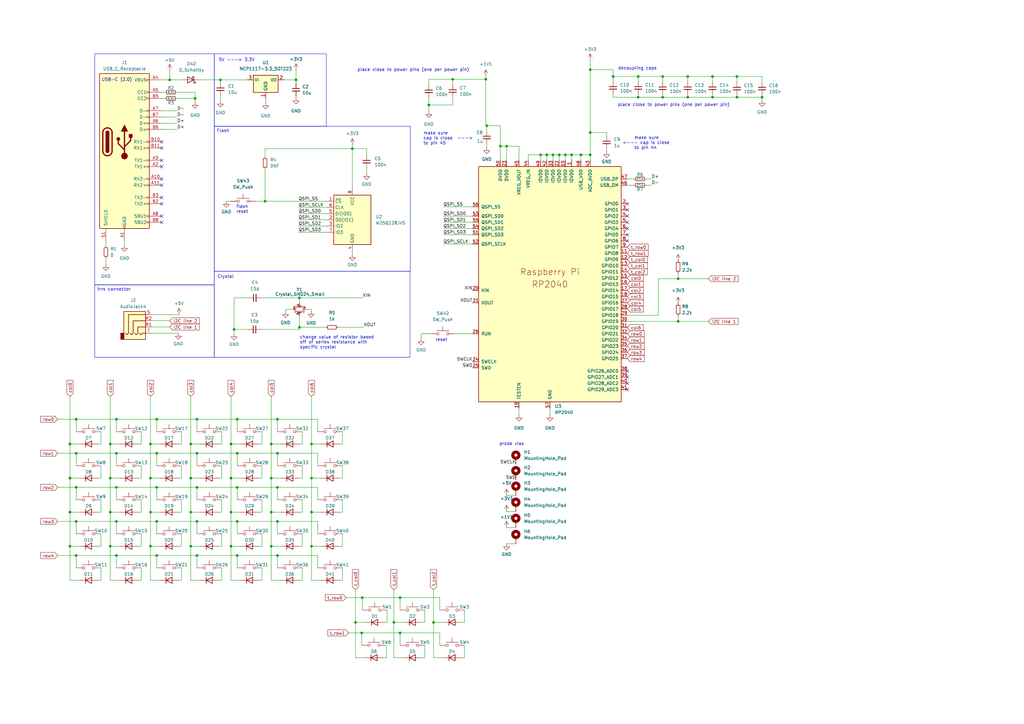
<source format=kicad_sch>
(kicad_sch (version 20230121) (generator eeschema)
  (paper "A3")
  (junction (at 80.772 199.898))
  (junction (at 226.822 63.5))
  (junction (at 64.262 171.958))
  (junction (at 292.227 31.369))
  (junction (at 148.59 245.11))
  (junction (at 45.212 210.058))
  (junction (at 199.644 51.562))
  (junction (at 31.242 213.868))
  (junction (at 261.747 39.878))
  (junction (at 45.212 182.118))
  (junction (at 113.792 227.838))
  (junction (at 64.262 199.898))
  (junction (at 122.809 134.239))
  (junction (at 271.78 39.878))
  (junction (at 205.232 59.944))
  (junction (at 238.252 63.5))
  (junction (at 80.772 213.868))
  (junction (at 78.232 182.118))
  (junction (at 47.752 185.928))
  (junction (at 80.772 185.928))
  (junction (at 47.752 213.868))
  (junction (at 148.336 259.588))
  (junction (at 94.742 224.028))
  (junction (at 199.263 32.512))
  (junction (at 221.742 63.5))
  (junction (at 175.895 43.053))
  (junction (at 111.252 182.118))
  (junction (at 161.544 255.27))
  (junction (at 78.232 224.028))
  (junction (at 96.012 135.128))
  (junction (at 242.062 54.356))
  (junction (at 80.772 227.838))
  (junction (at 45.212 196.088))
  (junction (at 111.252 224.028))
  (junction (at 94.742 210.058))
  (junction (at 127.762 196.088))
  (junction (at 207.772 59.944))
  (junction (at 47.752 227.838))
  (junction (at 229.362 63.5))
  (junction (at 31.242 199.898))
  (junction (at 261.747 31.369))
  (junction (at 111.252 210.058))
  (junction (at 292.227 39.878))
  (junction (at 271.78 31.369))
  (junction (at 122.809 122.174))
  (junction (at 302.26 31.369))
  (junction (at 64.262 227.838))
  (junction (at 127.762 182.118))
  (junction (at 121.412 32.766))
  (junction (at 64.262 185.928))
  (junction (at 61.722 210.058))
  (junction (at 282.067 39.878))
  (junction (at 127.762 224.028))
  (junction (at 78.232 196.088))
  (junction (at 80.772 171.958))
  (junction (at 282.067 31.369))
  (junction (at 31.242 185.928))
  (junction (at 47.752 199.898))
  (junction (at 97.282 171.958))
  (junction (at 302.26 39.878))
  (junction (at 224.282 63.5))
  (junction (at 251.46 31.369))
  (junction (at 111.252 196.088))
  (junction (at 127.762 210.058))
  (junction (at 90.424 32.766))
  (junction (at 113.792 185.928))
  (junction (at 177.8 255.27))
  (junction (at 28.702 196.088))
  (junction (at 28.702 224.028))
  (junction (at 97.282 213.868))
  (junction (at 108.712 82.55))
  (junction (at 61.722 224.028))
  (junction (at 47.752 171.958))
  (junction (at 28.702 210.058))
  (junction (at 312.547 39.878))
  (junction (at 64.262 213.868))
  (junction (at 185.674 32.512))
  (junction (at 97.282 227.838))
  (junction (at 80.01 40.386))
  (junction (at 94.742 182.118))
  (junction (at 144.526 60.96))
  (junction (at 94.742 196.088))
  (junction (at 113.792 213.868))
  (junction (at 97.282 199.898))
  (junction (at 145.796 255.27))
  (junction (at 278.13 114.3))
  (junction (at 31.242 171.958))
  (junction (at 242.062 63.5))
  (junction (at 45.212 224.028))
  (junction (at 278.13 131.826))
  (junction (at 69.596 32.766))
  (junction (at 31.242 227.838))
  (junction (at 113.792 199.898))
  (junction (at 28.702 182.118))
  (junction (at 61.722 196.088))
  (junction (at 234.442 63.5))
  (junction (at 231.902 63.5))
  (junction (at 164.084 245.11))
  (junction (at 113.792 171.958))
  (junction (at 61.722 182.118))
  (junction (at 242.062 28.575))
  (junction (at 164.084 259.588))
  (junction (at 97.282 185.928))
  (junction (at 78.232 210.058))
  (no_connect (at 257.302 93.726))
  (no_connect (at 66.294 65.786))
  (no_connect (at 66.294 73.406))
  (no_connect (at 257.302 91.186))
  (no_connect (at 257.302 96.266))
  (no_connect (at 257.302 98.806))
  (no_connect (at 257.302 157.226))
  (no_connect (at 66.294 58.166))
  (no_connect (at 66.294 83.566))
  (no_connect (at 257.302 152.146))
  (no_connect (at 257.302 88.646))
  (no_connect (at 66.294 60.706))
  (no_connect (at 66.294 88.646))
  (no_connect (at 66.294 81.026))
  (no_connect (at 257.302 83.566))
  (no_connect (at 66.294 68.326))
  (no_connect (at 257.302 86.106))
  (no_connect (at 66.294 91.186))
  (no_connect (at 257.302 154.686))
  (no_connect (at 257.302 159.766))
  (no_connect (at 66.294 75.946))
  (wire (pts (xy 290.576 114.3) (xy 278.13 114.3)))
  (wire (pts (xy 175.895 45.72) (xy 175.895 43.053)))
  (wire (pts (xy 78.232 224.028) (xy 78.232 237.998)))
  (wire (pts (xy 242.062 24.638) (xy 242.062 28.575)))
  (wire (pts (xy 282.067 31.369) (xy 282.067 33.655)))
  (wire (pts (xy 174.244 250.19) (xy 174.244 255.27)))
  (wire (pts (xy 51.054 98.806) (xy 51.054 100.584)))
  (wire (pts (xy 41.402 191.008) (xy 41.402 196.088)))
  (wire (pts (xy 80.772 213.868) (xy 80.772 218.948)))
  (wire (pts (xy 80.772 171.958) (xy 80.772 177.038)))
  (wire (pts (xy 78.232 182.118) (xy 78.232 196.088)))
  (wire (pts (xy 229.362 63.5) (xy 226.822 63.5)))
  (wire (pts (xy 23.622 213.868) (xy 31.242 213.868)))
  (wire (pts (xy 57.912 210.058) (xy 56.642 210.058)))
  (wire (pts (xy 80.772 213.868) (xy 97.282 213.868)))
  (wire (pts (xy 185.674 32.512) (xy 185.674 34.798)))
  (wire (pts (xy 122.809 122.174) (xy 148.717 122.174)))
  (wire (pts (xy 107.442 218.948) (xy 107.442 224.028)))
  (wire (pts (xy 94.742 210.058) (xy 94.742 224.028)))
  (wire (pts (xy 190.5 269.748) (xy 189.23 269.748)))
  (wire (pts (xy 82.042 224.028) (xy 78.232 224.028)))
  (wire (pts (xy 149.606 269.748) (xy 145.796 269.748)))
  (wire (pts (xy 74.422 210.058) (xy 73.152 210.058)))
  (wire (pts (xy 175.895 43.053) (xy 185.674 43.053)))
  (wire (pts (xy 181.864 88.646) (xy 193.802 88.646)))
  (wire (pts (xy 121.412 28.702) (xy 121.412 32.766)))
  (wire (pts (xy 122.682 135.128) (xy 122.682 134.239)))
  (wire (pts (xy 199.644 58.928) (xy 199.644 60.452)))
  (wire (pts (xy 150.368 60.96) (xy 150.368 63.754)))
  (wire (pts (xy 145.796 255.27) (xy 149.86 255.27)))
  (wire (pts (xy 181.864 91.186) (xy 193.802 91.186)))
  (wire (pts (xy 122.428 87.63) (xy 134.366 87.63)))
  (wire (pts (xy 207.772 209.804) (xy 211.582 209.804)))
  (wire (pts (xy 107.442 232.918) (xy 107.442 237.998)))
  (wire (pts (xy 140.462 210.058) (xy 139.192 210.058)))
  (wire (pts (xy 57.912 191.008) (xy 57.912 196.088)))
  (wire (pts (xy 231.902 63.5) (xy 229.362 63.5)))
  (wire (pts (xy 94.742 196.088) (xy 94.742 210.058)))
  (wire (pts (xy 78.232 196.088) (xy 78.232 210.058)))
  (wire (pts (xy 174.244 264.668) (xy 174.244 269.748)))
  (wire (pts (xy 47.752 227.838) (xy 47.752 232.918)))
  (wire (pts (xy 69.596 32.766) (xy 66.294 32.766)))
  (wire (pts (xy 150.368 68.834) (xy 150.368 71.12)))
  (wire (pts (xy 144.526 60.96) (xy 144.526 77.47)))
  (wire (pts (xy 140.462 177.038) (xy 140.462 182.118)))
  (wire (pts (xy 62.23 129.032) (xy 73.406 129.032)))
  (wire (pts (xy 90.932 182.118) (xy 89.662 182.118)))
  (wire (pts (xy 64.262 199.898) (xy 64.262 204.978)))
  (wire (pts (xy 61.722 182.118) (xy 61.722 162.56)))
  (wire (pts (xy 31.242 213.868) (xy 47.752 213.868)))
  (wire (pts (xy 207.772 203.2) (xy 211.582 203.2)))
  (wire (pts (xy 181.864 96.266) (xy 193.802 96.266)))
  (wire (pts (xy 31.242 213.868) (xy 31.242 218.948)))
  (wire (pts (xy 80.772 227.838) (xy 80.772 232.918)))
  (wire (pts (xy 74.422 177.038) (xy 74.422 182.118)))
  (wire (pts (xy 226.822 63.5) (xy 224.282 63.5)))
  (wire (pts (xy 242.062 65.786) (xy 242.062 63.5)))
  (wire (pts (xy 117.094 126.873) (xy 120.269 126.873)))
  (wire (pts (xy 175.895 40.005) (xy 175.895 43.053)))
  (wire (pts (xy 164.084 259.588) (xy 164.084 264.668)))
  (wire (pts (xy 97.282 199.898) (xy 97.282 204.978)))
  (wire (pts (xy 111.252 210.058) (xy 111.252 224.028)))
  (wire (pts (xy 107.442 196.088) (xy 106.172 196.088)))
  (wire (pts (xy 257.302 75.946) (xy 259.969 75.946)))
  (wire (pts (xy 101.981 122.174) (xy 96.012 122.174)))
  (wire (pts (xy 57.912 182.118) (xy 56.642 182.118)))
  (wire (pts (xy 47.752 227.838) (xy 64.262 227.838)))
  (wire (pts (xy 131.572 182.118) (xy 127.762 182.118)))
  (wire (pts (xy 229.362 63.5) (xy 229.362 65.786)))
  (wire (pts (xy 257.302 73.406) (xy 259.969 73.406)))
  (wire (pts (xy 127.762 210.058) (xy 131.572 210.058)))
  (wire (pts (xy 113.792 213.868) (xy 113.792 218.948)))
  (wire (pts (xy 122.428 85.09) (xy 134.366 85.09)))
  (wire (pts (xy 123.952 210.058) (xy 122.682 210.058)))
  (wire (pts (xy 302.26 39.878) (xy 292.227 39.878)))
  (wire (pts (xy 96.012 122.174) (xy 96.012 135.128)))
  (wire (pts (xy 113.792 171.958) (xy 130.302 171.958)))
  (wire (pts (xy 292.227 31.369) (xy 282.067 31.369)))
  (wire (pts (xy 107.442 191.008) (xy 107.442 196.088)))
  (wire (pts (xy 144.526 60.96) (xy 150.368 60.96)))
  (wire (pts (xy 302.26 31.369) (xy 302.26 33.782)))
  (wire (pts (xy 158.496 269.748) (xy 157.226 269.748)))
  (wire (pts (xy 90.932 237.998) (xy 89.662 237.998)))
  (wire (pts (xy 61.722 210.058) (xy 61.722 224.028)))
  (wire (pts (xy 251.46 28.575) (xy 242.062 28.575)))
  (wire (pts (xy 164.084 245.11) (xy 164.084 250.19)))
  (wire (pts (xy 113.792 199.898) (xy 130.302 199.898)))
  (wire (pts (xy 23.622 199.898) (xy 31.242 199.898)))
  (wire (pts (xy 113.792 199.898) (xy 113.792 204.978)))
  (wire (pts (xy 161.544 241.808) (xy 161.544 255.27)))
  (wire (pts (xy 207.772 216.408) (xy 211.582 216.408)))
  (wire (pts (xy 127.762 237.998) (xy 131.572 237.998)))
  (wire (pts (xy 107.442 224.028) (xy 106.172 224.028)))
  (wire (pts (xy 127.635 126.873) (xy 127.635 127.635)))
  (wire (pts (xy 261.747 38.608) (xy 261.747 39.878)))
  (wire (pts (xy 140.462 218.948) (xy 140.462 224.028)))
  (wire (pts (xy 90.932 218.948) (xy 90.932 224.028)))
  (wire (pts (xy 127.762 196.088) (xy 127.762 210.058)))
  (wire (pts (xy 231.902 63.5) (xy 231.902 65.786)))
  (wire (pts (xy 185.674 43.053) (xy 185.674 39.878)))
  (wire (pts (xy 31.242 171.958) (xy 31.242 177.038)))
  (wire (pts (xy 41.402 237.998) (xy 40.132 237.998)))
  (wire (pts (xy 282.067 38.735) (xy 282.067 39.878)))
  (wire (pts (xy 148.336 259.588) (xy 164.084 259.588)))
  (wire (pts (xy 164.084 245.11) (xy 180.34 245.11)))
  (wire (pts (xy 66.294 40.386) (xy 67.564 40.386)))
  (wire (pts (xy 130.302 171.958) (xy 130.302 177.038)))
  (wire (pts (xy 41.402 177.038) (xy 41.402 182.118)))
  (wire (pts (xy 248.793 60.96) (xy 248.793 62.103)))
  (wire (pts (xy 41.402 204.978) (xy 41.402 210.058)))
  (wire (pts (xy 74.422 191.008) (xy 74.422 196.088)))
  (wire (pts (xy 61.722 224.028) (xy 61.722 237.998)))
  (wire (pts (xy 113.792 185.928) (xy 113.792 191.008)))
  (wire (pts (xy 265.049 73.406) (xy 267.208 73.406)))
  (wire (pts (xy 180.34 245.11) (xy 180.34 250.19)))
  (wire (pts (xy 207.772 59.944) (xy 207.772 65.786)))
  (wire (pts (xy 161.544 255.27) (xy 161.544 269.748)))
  (wire (pts (xy 238.252 63.5) (xy 234.442 63.5)))
  (wire (pts (xy 165.354 255.27) (xy 161.544 255.27)))
  (wire (pts (xy 127.635 126.873) (xy 125.349 126.873)))
  (wire (pts (xy 31.242 199.898) (xy 31.242 204.978)))
  (wire (pts (xy 49.022 182.118) (xy 45.212 182.118)))
  (wire (pts (xy 94.742 182.118) (xy 94.742 196.088)))
  (wire (pts (xy 225.552 167.386) (xy 225.552 170.18)))
  (wire (pts (xy 131.572 196.088) (xy 127.762 196.088)))
  (wire (pts (xy 292.227 38.735) (xy 292.227 39.878)))
  (wire (pts (xy 148.59 245.11) (xy 148.59 250.19)))
  (wire (pts (xy 270.002 114.3) (xy 278.13 114.3)))
  (wire (pts (xy 96.012 135.128) (xy 101.854 135.128)))
  (wire (pts (xy 115.062 224.028) (xy 111.252 224.028)))
  (wire (pts (xy 111.252 196.088) (xy 111.252 210.058)))
  (wire (pts (xy 115.062 237.998) (xy 111.252 237.998)))
  (wire (pts (xy 145.796 241.808) (xy 145.796 255.27)))
  (wire (pts (xy 113.792 185.928) (xy 130.302 185.928)))
  (wire (pts (xy 31.242 199.898) (xy 47.752 199.898)))
  (wire (pts (xy 270.002 129.286) (xy 257.302 129.286)))
  (wire (pts (xy 158.75 255.27) (xy 157.48 255.27)))
  (wire (pts (xy 82.042 32.766) (xy 90.424 32.766)))
  (wire (pts (xy 80.772 171.958) (xy 97.282 171.958)))
  (wire (pts (xy 82.042 182.118) (xy 78.232 182.118)))
  (wire (pts (xy 65.532 196.088) (xy 61.722 196.088)))
  (wire (pts (xy 31.242 185.928) (xy 47.752 185.928)))
  (wire (pts (xy 123.952 237.998) (xy 122.682 237.998)))
  (wire (pts (xy 302.26 31.369) (xy 292.227 31.369)))
  (wire (pts (xy 107.442 237.998) (xy 106.172 237.998)))
  (wire (pts (xy 251.46 31.369) (xy 251.46 28.575)))
  (wire (pts (xy 47.752 213.868) (xy 64.262 213.868)))
  (wire (pts (xy 64.262 185.928) (xy 80.772 185.928)))
  (wire (pts (xy 140.462 232.918) (xy 140.462 237.998)))
  (wire (pts (xy 65.532 237.998) (xy 61.722 237.998)))
  (wire (pts (xy 94.742 224.028) (xy 94.742 237.998)))
  (wire (pts (xy 80.01 37.846) (xy 80.01 40.386)))
  (wire (pts (xy 123.952 191.008) (xy 123.952 196.088)))
  (wire (pts (xy 130.302 199.898) (xy 130.302 204.978)))
  (wire (pts (xy 65.532 224.028) (xy 61.722 224.028)))
  (wire (pts (xy 138.684 134.239) (xy 149.098 134.239)))
  (wire (pts (xy 123.952 177.038) (xy 123.952 182.118)))
  (wire (pts (xy 64.262 213.868) (xy 80.772 213.868)))
  (wire (pts (xy 57.912 177.038) (xy 57.912 182.118)))
  (wire (pts (xy 74.422 232.918) (xy 74.422 237.998)))
  (wire (pts (xy 199.644 53.848) (xy 199.644 51.562)))
  (wire (pts (xy 181.61 269.748) (xy 177.8 269.748)))
  (wire (pts (xy 32.512 182.118) (xy 28.702 182.118)))
  (wire (pts (xy 111.252 182.118) (xy 111.252 162.56)))
  (wire (pts (xy 97.282 185.928) (xy 113.792 185.928)))
  (wire (pts (xy 41.402 224.028) (xy 40.132 224.028)))
  (wire (pts (xy 41.402 182.118) (xy 40.132 182.118)))
  (wire (pts (xy 90.932 196.088) (xy 89.662 196.088)))
  (wire (pts (xy 80.01 40.386) (xy 80.01 41.91)))
  (wire (pts (xy 113.792 171.958) (xy 113.792 177.038)))
  (wire (pts (xy 45.212 182.118) (xy 45.212 196.088)))
  (wire (pts (xy 234.442 63.5) (xy 231.902 63.5)))
  (wire (pts (xy 72.644 37.846) (xy 80.01 37.846)))
  (wire (pts (xy 207.772 223.012) (xy 211.582 223.012)))
  (wire (pts (xy 80.772 185.928) (xy 80.772 191.008)))
  (wire (pts (xy 57.912 196.088) (xy 56.642 196.088)))
  (wire (pts (xy 123.952 232.918) (xy 123.952 237.998)))
  (wire (pts (xy 261.747 31.369) (xy 261.747 33.528)))
  (wire (pts (xy 185.674 32.512) (xy 199.263 32.512)))
  (wire (pts (xy 66.294 53.086) (xy 72.644 53.086)))
  (wire (pts (xy 140.462 204.978) (xy 140.462 210.058)))
  (wire (pts (xy 175.895 32.512) (xy 185.674 32.512)))
  (wire (pts (xy 145.796 255.27) (xy 145.796 269.748)))
  (wire (pts (xy 108.966 40.386) (xy 108.966 42.164)))
  (wire (pts (xy 199.263 51.562) (xy 199.644 51.562)))
  (wire (pts (xy 107.442 182.118) (xy 106.172 182.118)))
  (wire (pts (xy 271.78 38.735) (xy 271.78 39.878)))
  (wire (pts (xy 82.042 210.058) (xy 78.232 210.058)))
  (wire (pts (xy 207.772 59.944) (xy 205.232 59.944)))
  (wire (pts (xy 28.702 224.028) (xy 28.702 210.058)))
  (wire (pts (xy 123.952 204.978) (xy 123.952 210.058)))
  (wire (pts (xy 123.952 218.948) (xy 123.952 224.028)))
  (wire (pts (xy 64.262 213.868) (xy 64.262 218.948)))
  (wire (pts (xy 122.809 122.174) (xy 122.809 124.333)))
  (wire (pts (xy 190.5 264.668) (xy 190.5 269.748)))
  (wire (pts (xy 122.809 134.239) (xy 133.604 134.239)))
  (wire (pts (xy 144.526 60.96) (xy 108.712 60.96)))
  (wire (pts (xy 271.78 31.369) (xy 271.78 33.655)))
  (wire (pts (xy 90.932 210.058) (xy 89.662 210.058)))
  (wire (pts (xy 261.747 39.878) (xy 251.46 39.878)))
  (wire (pts (xy 90.932 204.978) (xy 90.932 210.058)))
  (wire (pts (xy 96.012 136.906) (xy 96.012 135.128)))
  (wire (pts (xy 65.532 182.118) (xy 61.722 182.118)))
  (wire (pts (xy 116.586 32.766) (xy 121.412 32.766)))
  (wire (pts (xy 148.59 245.11) (xy 164.084 245.11)))
  (wire (pts (xy 242.062 63.5) (xy 238.252 63.5)))
  (wire (pts (xy 32.512 210.058) (xy 28.702 210.058)))
  (wire (pts (xy 64.262 227.838) (xy 64.262 232.918)))
  (wire (pts (xy 47.752 213.868) (xy 47.752 218.948)))
  (wire (pts (xy 49.022 224.028) (xy 45.212 224.028)))
  (wire (pts (xy 144.526 59.436) (xy 144.526 60.96)))
  (wire (pts (xy 242.062 28.575) (xy 242.062 54.356)))
  (wire (pts (xy 98.552 182.118) (xy 94.742 182.118)))
  (wire (pts (xy 190.5 255.27) (xy 189.23 255.27)))
  (wire (pts (xy 28.702 182.118) (xy 28.702 196.088)))
  (wire (pts (xy 90.424 39.116) (xy 90.424 41.402)))
  (wire (pts (xy 186.69 136.906) (xy 193.802 136.906)))
  (wire (pts (xy 312.547 33.782) (xy 312.547 31.369)))
  (wire (pts (xy 292.227 31.369) (xy 292.227 33.655)))
  (wire (pts (xy 107.442 177.038) (xy 107.442 182.118)))
  (wire (pts (xy 115.062 182.118) (xy 111.252 182.118)))
  (wire (pts (xy 64.262 199.898) (xy 80.772 199.898)))
  (wire (pts (xy 212.852 167.386) (xy 212.852 170.18)))
  (wire (pts (xy 140.462 182.118) (xy 139.192 182.118)))
  (wire (pts (xy 127.762 210.058) (xy 127.762 224.028)))
  (wire (pts (xy 97.282 227.838) (xy 113.792 227.838)))
  (wire (pts (xy 94.742 182.118) (xy 94.742 162.56)))
  (wire (pts (xy 49.022 210.058) (xy 45.212 210.058)))
  (wire (pts (xy 74.422 182.118) (xy 73.152 182.118)))
  (wire (pts (xy 248.793 55.88) (xy 248.793 54.356)))
  (wire (pts (xy 242.062 54.356) (xy 242.062 63.5)))
  (wire (pts (xy 23.622 171.958) (xy 31.242 171.958)))
  (wire (pts (xy 292.227 39.878) (xy 282.067 39.878)))
  (wire (pts (xy 221.742 63.5) (xy 221.742 65.786)))
  (wire (pts (xy 140.462 196.088) (xy 139.192 196.088)))
  (wire (pts (xy 312.547 38.862) (xy 312.547 39.878)))
  (wire (pts (xy 127.762 224.028) (xy 131.572 224.028)))
  (wire (pts (xy 90.932 177.038) (xy 90.932 182.118)))
  (wire (pts (xy 130.302 185.928) (xy 130.302 191.008)))
  (wire (pts (xy 90.424 32.766) (xy 90.424 34.036)))
  (wire (pts (xy 172.72 136.906) (xy 176.53 136.906)))
  (wire (pts (xy 28.702 182.118) (xy 28.702 162.56)))
  (wire (pts (xy 234.442 63.5) (xy 234.442 65.786)))
  (wire (pts (xy 80.772 199.898) (xy 80.772 204.978)))
  (wire (pts (xy 224.282 63.5) (xy 224.282 65.786)))
  (wire (pts (xy 23.622 227.838) (xy 31.242 227.838)))
  (wire (pts (xy 57.912 232.918) (xy 57.912 237.998)))
  (wire (pts (xy 122.428 90.17) (xy 134.366 90.17)))
  (wire (pts (xy 97.282 227.838) (xy 97.282 232.918)))
  (wire (pts (xy 122.428 95.25) (xy 134.366 95.25)))
  (wire (pts (xy 113.792 213.868) (xy 130.302 213.868)))
  (wire (pts (xy 199.644 51.562) (xy 205.232 51.562)))
  (wire (pts (xy 127.762 182.118) (xy 127.762 162.56)))
  (wire (pts (xy 90.932 224.028) (xy 89.662 224.028)))
  (wire (pts (xy 78.232 210.058) (xy 78.232 224.028)))
  (wire (pts (xy 62.23 136.652) (xy 73.152 136.652)))
  (wire (pts (xy 261.747 31.369) (xy 251.46 31.369)))
  (wire (pts (xy 130.302 213.868) (xy 130.302 218.948)))
  (wire (pts (xy 174.244 255.27) (xy 172.974 255.27)))
  (wire (pts (xy 302.26 38.862) (xy 302.26 39.878)))
  (wire (pts (xy 140.462 237.998) (xy 139.192 237.998)))
  (wire (pts (xy 181.61 255.27) (xy 177.8 255.27)))
  (wire (pts (xy 61.722 182.118) (xy 61.722 196.088)))
  (wire (pts (xy 278.13 131.826) (xy 290.576 131.826)))
  (wire (pts (xy 205.232 59.944) (xy 205.232 65.786)))
  (wire (pts (xy 248.793 54.356) (xy 242.062 54.356)))
  (wire (pts (xy 32.512 237.998) (xy 28.702 237.998)))
  (wire (pts (xy 45.212 182.118) (xy 45.212 162.56)))
  (wire (pts (xy 69.596 28.956) (xy 69.596 32.766)))
  (wire (pts (xy 265.049 75.946) (xy 267.208 75.946)))
  (wire (pts (xy 108.712 82.55) (xy 134.366 82.55)))
  (wire (pts (xy 74.422 196.088) (xy 73.152 196.088)))
  (wire (pts (xy 47.752 185.928) (xy 47.752 191.008)))
  (wire (pts (xy 117.094 127.762) (xy 117.094 126.873)))
  (wire (pts (xy 175.895 32.512) (xy 175.895 34.925)))
  (wire (pts (xy 181.864 84.836) (xy 193.802 84.836)))
  (wire (pts (xy 61.722 196.088) (xy 61.722 210.058)))
  (wire (pts (xy 97.282 171.958) (xy 113.792 171.958)))
  (wire (pts (xy 32.512 196.088) (xy 28.702 196.088)))
  (wire (pts (xy 66.294 50.546) (xy 72.644 50.546)))
  (wire (pts (xy 97.282 171.958) (xy 97.282 177.038)))
  (wire (pts (xy 270.002 114.3) (xy 270.002 129.286)))
  (wire (pts (xy 31.242 171.958) (xy 47.752 171.958)))
  (wire (pts (xy 121.412 39.37) (xy 121.412 40.132)))
  (wire (pts (xy 74.422 224.028) (xy 73.152 224.028)))
  (wire (pts (xy 115.062 210.058) (xy 111.252 210.058)))
  (wire (pts (xy 108.712 69.342) (xy 108.712 82.55)))
  (wire (pts (xy 212.852 65.786) (xy 212.852 59.944)))
  (wire (pts (xy 41.402 196.088) (xy 40.132 196.088)))
  (wire (pts (xy 90.424 32.766) (xy 101.346 32.766)))
  (wire (pts (xy 90.932 191.008) (xy 90.932 196.088)))
  (wire (pts (xy 28.702 237.998) (xy 28.702 224.028)))
  (wire (pts (xy 130.302 227.838) (xy 130.302 232.918)))
  (wire (pts (xy 181.864 100.076) (xy 193.802 100.076)))
  (wire (pts (xy 104.775 82.55) (xy 108.712 82.55)))
  (wire (pts (xy 49.022 196.088) (xy 45.212 196.088)))
  (wire (pts (xy 107.061 122.174) (xy 122.809 122.174)))
  (wire (pts (xy 282.067 31.369) (xy 271.78 31.369)))
  (wire (pts (xy 78.232 182.118) (xy 78.232 162.56)))
  (wire (pts (xy 64.262 227.838) (xy 80.772 227.838)))
  (wire (pts (xy 199.263 31.242) (xy 199.263 32.512)))
  (wire (pts (xy 140.462 224.028) (xy 139.192 224.028)))
  (wire (pts (xy 172.72 138.938) (xy 172.72 136.906)))
  (wire (pts (xy 144.526 102.87) (xy 144.526 104.394)))
  (wire (pts (xy 41.402 232.918) (xy 41.402 237.998)))
  (wire (pts (xy 271.78 39.878) (xy 261.747 39.878)))
  (wire (pts (xy 177.8 241.808) (xy 177.8 255.27)))
  (wire (pts (xy 123.952 182.118) (xy 122.682 182.118)))
  (wire (pts (xy 45.212 210.058) (xy 45.212 224.028)))
  (wire (pts (xy 41.402 218.948) (xy 41.402 224.028)))
  (wire (pts (xy 205.232 51.562) (xy 205.232 59.944)))
  (wire (pts (xy 224.282 63.5) (xy 221.742 63.5)))
  (wire (pts (xy 98.552 224.028) (xy 94.742 224.028)))
  (wire (pts (xy 312.547 39.878) (xy 312.547 41.148)))
  (wire (pts (xy 127.762 182.118) (xy 127.762 196.088)))
  (wire (pts (xy 97.282 199.898) (xy 113.792 199.898)))
  (wire (pts (xy 94.615 82.55) (xy 92.837 82.55)))
  (wire (pts (xy 257.302 131.826) (xy 278.13 131.826)))
  (wire (pts (xy 251.46 39.878) (xy 251.46 38.608)))
  (wire (pts (xy 43.434 105.918) (xy 43.434 108.458)))
  (wire (pts (xy 143.002 259.588) (xy 148.336 259.588)))
  (wire (pts (xy 74.422 204.978) (xy 74.422 210.058)))
  (wire (pts (xy 72.644 40.386) (xy 80.01 40.386)))
  (wire (pts (xy 312.547 39.878) (xy 302.26 39.878)))
  (wire (pts (xy 158.75 250.19) (xy 158.75 255.27)))
  (wire (pts (xy 62.23 131.572) (xy 69.596 131.572)))
  (wire (pts (xy 74.422 218.948) (xy 74.422 224.028)))
  (wire (pts (xy 28.702 196.088) (xy 28.702 210.058)))
  (wire (pts (xy 43.434 98.806) (xy 43.434 100.838)))
  (wire (pts (xy 49.022 237.998) (xy 45.212 237.998)))
  (wire (pts (xy 115.062 196.088) (xy 111.252 196.088)))
  (wire (pts (xy 180.34 259.588) (xy 180.34 264.668)))
  (wire (pts (xy 64.262 171.958) (xy 80.772 171.958)))
  (wire (pts (xy 45.212 224.028) (xy 45.212 237.998)))
  (wire (pts (xy 165.354 269.748) (xy 161.544 269.748)))
  (wire (pts (xy 82.042 237.998) (xy 78.232 237.998)))
  (wire (pts (xy 312.547 31.369) (xy 302.26 31.369)))
  (wire (pts (xy 174.244 269.748) (xy 172.974 269.748)))
  (wire (pts (xy 47.752 199.898) (xy 64.262 199.898)))
  (wire (pts (xy 108.712 60.96) (xy 108.712 64.262)))
  (wire (pts (xy 282.067 39.878) (xy 271.78 39.878)))
  (wire (pts (xy 181.864 93.726) (xy 193.802 93.726)))
  (wire (pts (xy 41.402 210.058) (xy 40.132 210.058)))
  (wire (pts (xy 69.596 32.766) (xy 74.422 32.766)))
  (wire (pts (xy 271.78 31.369) (xy 261.747 31.369)))
  (wire (pts (xy 98.552 237.998) (xy 94.742 237.998)))
  (wire (pts (xy 32.512 224.028) (xy 28.702 224.028)))
  (wire (pts (xy 80.772 185.928) (xy 97.282 185.928)))
  (wire (pts (xy 190.5 250.19) (xy 190.5 255.27)))
  (wire (pts (xy 123.952 224.028) (xy 122.682 224.028)))
  (wire (pts (xy 82.042 196.088) (xy 78.232 196.088)))
  (wire (pts (xy 57.912 237.998) (xy 56.642 237.998)))
  (wire (pts (xy 123.952 196.088) (xy 122.682 196.088)))
  (wire (pts (xy 140.462 191.008) (xy 140.462 196.088)))
  (wire (pts (xy 221.742 63.5) (xy 216.662 63.5)))
  (wire (pts (xy 57.912 218.948) (xy 57.912 224.028)))
  (wire (pts (xy 31.242 227.838) (xy 31.242 232.918)))
  (wire (pts (xy 106.934 135.128) (xy 122.682 135.128)))
  (wire (pts (xy 122.809 134.239) (xy 122.809 129.413)))
  (wire (pts (xy 47.752 199.898) (xy 47.752 204.978)))
  (wire (pts (xy 122.682 134.239) (xy 122.809 134.239)))
  (wire (pts (xy 65.532 210.058) (xy 61.722 210.058)))
  (wire (pts (xy 121.412 32.766) (xy 121.412 34.29)))
  (wire (pts (xy 212.852 59.944) (xy 207.772 59.944)))
  (wire (pts (xy 31.242 185.928) (xy 31.242 191.008)))
  (wire (pts (xy 98.552 210.058) (xy 94.742 210.058)))
  (wire (pts (xy 57.912 224.028) (xy 56.642 224.028)))
  (wire (pts (xy 98.552 196.088) (xy 94.742 196.088)))
  (wire (pts (xy 47.752 171.958) (xy 47.752 177.038)))
  (wire (pts (xy 66.294 48.006) (xy 72.644 48.006)))
  (wire (pts (xy 90.932 232.918) (xy 90.932 237.998)))
  (wire (pts (xy 64.262 171.958) (xy 64.262 177.038)))
  (wire (pts (xy 238.252 63.5) (xy 238.252 65.786)))
  (wire (pts (xy 66.294 45.466) (xy 72.644 45.466)))
  (wire (pts (xy 45.212 196.088) (xy 45.212 210.058)))
  (wire (pts (xy 31.242 227.838) (xy 47.752 227.838)))
  (wire (pts (xy 111.252 224.028) (xy 111.252 237.998)))
  (wire (pts (xy 80.772 227.838) (xy 97.282 227.838)))
  (wire (pts (xy 57.912 204.978) (xy 57.912 210.058)))
  (wire (pts (xy 47.752 171.958) (xy 64.262 171.958)))
  (wire (pts (xy 158.496 264.668) (xy 158.496 269.748)))
  (wire (pts (xy 148.336 259.588) (xy 148.336 264.668)))
  (wire (pts (xy 226.822 63.5) (xy 226.822 65.786)))
  (wire (pts (xy 107.442 204.978) (xy 107.442 210.058)))
  (wire (pts (xy 62.23 134.112) (xy 69.596 134.112)))
  (wire (pts (xy 111.252 182.118) (xy 111.252 196.088)))
  (wire (pts (xy 97.282 213.868) (xy 113.792 213.868)))
  (wire (pts (xy 278.13 112.014) (xy 278.13 114.3)))
  (wire (pts (xy 278.13 129.54) (xy 278.13 131.826)))
  (wire (pts (xy 66.294 37.846) (xy 67.564 37.846)))
  (wire (pts (xy 164.084 259.588) (xy 180.34 259.588)))
  (wire (pts (xy 64.262 185.928) (xy 64.262 191.008)))
  (wire (pts (xy 216.662 63.5) (xy 216.662 65.786)))
  (wire (pts (xy 177.8 269.748) (xy 177.8 255.27)))
  (wire (pts (xy 199.263 32.512) (xy 199.263 51.562)))
  (wire (pts (xy 107.442 210.058) (xy 106.172 210.058)))
  (wire (pts (xy 97.282 213.868) (xy 97.282 218.948)))
  (wire (pts (xy 251.46 31.369) (xy 251.46 33.528)))
  (wire (pts (xy 113.792 227.838) (xy 113.792 232.918)))
  (wire (pts (xy 127.762 224.028) (xy 127.762 237.998)))
  (wire (pts (xy 122.428 92.71) (xy 134.366 92.71)))
  (wire (pts (xy 23.622 185.928) (xy 31.242 185.928)))
  (wire (pts (xy 74.422 237.998) (xy 73.152 237.998)))
  (wire (pts (xy 80.772 199.898) (xy 97.282 199.898)))
  (wire (pts (xy 113.792 227.838) (xy 130.302 227.838)))
  (wire (pts (xy 141.986 245.11) (xy 148.59 245.11)))
  (wire (pts (xy 47.752 185.928) (xy 64.262 185.928)))
  (wire (pts (xy 97.282 185.928) (xy 97.282 191.008)))
  (rectangle (start 87.884 22.098) (end 133.858 51.816))
  (rectangle (start 38.862 22.098) (end 87.884 116.84))
  (rectangle (start 87.884 111.252) (end 168.148 146.558))
  (text_box "trrs connector" (at 38.862 116.84 0) (size 49.022 29.718) (effects (font (size 1.27 1.27)) (justify left top)))
  (text_box "Flash" (at 87.884 51.816 0) (size 80.391 59.436) (effects (font (size 1.27 1.27)) (justify left top)))
  (text "reset" (at 178.562 140.208 0) (effects (font (size 1.27 1.27)) (justify left bottom)))
  (text "     make sure \n<--- cap is close\n     to pin 44 " (at 255.27 61.468 0) (effects (font (size 1.27 1.27)) (justify left bottom)))
  (text "flash\nreset" (at 96.901 87.63 0) (effects (font (size 1.27 1.27)) (justify left bottom)))
  (text "probe vias\n" (at 204.724 182.88 0) (effects (font (size 1.27 1.27)) (justify left bottom)))
  (text "place close to power pins (one per power pin)" (at 253.365 43.815 0) (effects (font (size 1.27 1.27)) (justify left bottom)))
  (text "5V ---> 3.3V\n" (at 89.662 25.4 0) (effects (font (size 1.27 1.27)) (justify left bottom)))
  (text "place close to power pins (one per power pin)" (at 146.558 29.464 0) (effects (font (size 1.27 1.27)) (justify left bottom)))
  (text "change value of resistor based \noff of series resistance with \nspecific crystal" (at 122.936 143.256 0) (effects (font (size 1.27 1.27)) (justify left bottom)))
  (text "make sure \ncap is close  --->\nto pin 45 " (at 173.609 59.563 0) (effects (font (size 1.27 1.27)) (justify left bottom)))
  (text "Crystal" (at 89.154 114.3 0) (effects (font (size 1.27 1.27)) (justify left bottom)))
  (text "decoupling caps\n" (at 253.492 28.829 0) (effects (font (size 1.27 1.27)) (justify left bottom)))
  (text "USB-C (2.0)" (at 41.656 33.528 0) (effects (font (size 1.27 1.27)) (justify left bottom)))
  (label "QSPI_SD1" (at 122.428 90.17 0))
  (label "XOUT" (at 149.098 134.239 0))
  (label "QSPI_SD0" (at 122.428 87.63 0))
  (label "QSPI_SD2" (at 181.864 93.726 0))
  (label "XOUT" (at 193.802 124.206 180))
  (label "QSPI_SD3" (at 122.428 95.25 0))
  (label "QSPI_SD3" (at 181.864 96.266 0))
  (label "D+" (at 267.208 73.406 0))
  (label "QSPI_SS" (at 122.428 82.55 0))
  (label "D-" (at 72.644 45.466 0))
  (label "SWCLK" (at 211.582 190.5 180))
  (label "SWD" (at 211.582 196.85 180))
  (label "QSPI_SCLK" (at 181.864 100.076 0))
  (label "XIN" (at 148.717 122.174 0))
  (label "SWD" (at 193.802 150.876 180))
  (label "QSPI_SS" (at 181.864 84.836 0))
  (label "QSPI_SD0" (at 181.864 88.646 0))
  (label "SWCLK" (at 193.802 148.336 180))
  (label "D+" (at 72.644 50.546 0))
  (label "XIN" (at 193.802 119.126 180))
  (label "QSPI_SD2" (at 122.428 92.71 0))
  (label "QSPI_SD1" (at 181.864 91.186 0))
  (label "QSPI_SCLK" (at 122.428 85.09 0))
  (label "D-" (at 267.208 75.946 0))
  (label "D+" (at 72.644 53.086 0))
  (label "D-" (at 72.644 48.006 0))
  (global_label "row3" (shape input) (at 23.622 213.868 180) (property "Intersheetrefs" "${INTERSHEET_REFS}" (effects hide)))
  (global_label "row3" (shape input) (at 257.302 144.526 0) (property "Intersheetrefs" "${INTERSHEET_REFS}" (effects hide)))
  (global_label "I2C line 2" (shape input) (at 69.596 131.572 0) (property "Intersheetrefs" "${INTERSHEET_REFS}" (effects hide)))
  (global_label "row4" (shape input) (at 257.302 147.066 0) (property "Intersheetrefs" "${INTERSHEET_REFS}" (effects hide)))
  (global_label "col5" (shape input) (at 257.302 126.746 0) (property "Intersheetrefs" "${INTERSHEET_REFS}" (effects hide)))
  (global_label "row2" (shape input) (at 23.622 199.898 180) (property "Intersheetrefs" "${INTERSHEET_REFS}" (effects hide)))
  (global_label "I2C line 2" (shape input) (at 290.576 114.3 0) (property "Intersheetrefs" "${INTERSHEET_REFS}" (effects hide)))
  (global_label "col0" (shape input) (at 257.302 114.046 0) (property "Intersheetrefs" "${INTERSHEET_REFS}" (effects hide)))
  (global_label "t_row1" (shape input) (at 257.302 103.886 0) (property "Intersheetrefs" "${INTERSHEET_REFS}" (effects hide)))
  (global_label "t_col0" (shape input) (at 257.302 106.426 0) (property "Intersheetrefs" "${INTERSHEET_REFS}" (effects hide)))
  (global_label "col6" (shape input) (at 127.762 162.56 90) (property "Intersheetrefs" "${INTERSHEET_REFS}" (effects hide)))
  (global_label "t_row1" (shape input) (at 143.002 259.588 180) (property "Intersheetrefs" "${INTERSHEET_REFS}" (effects hide)))
  (global_label "row2" (shape input) (at 257.302 141.986 0) (property "Intersheetrefs" "${INTERSHEET_REFS}" (effects hide)))
  (global_label "col1" (shape input) (at 45.212 162.56 90) (property "Intersheetrefs" "${INTERSHEET_REFS}" (effects hide)))
  (global_label "t_col2" (shape input) (at 177.8 241.808 90) (property "Intersheetrefs" "${INTERSHEET_REFS}" (effects hide)))
  (global_label "row0" (shape input) (at 23.622 171.958 180) (property "Intersheetrefs" "${INTERSHEET_REFS}" (effects hide)))
  (global_label "col0" (shape input) (at 28.702 162.56 90) (property "Intersheetrefs" "${INTERSHEET_REFS}" (effects hide)))
  (global_label "col3" (shape input) (at 257.302 121.666 0) (property "Intersheetrefs" "${INTERSHEET_REFS}" (effects hide)))
  (global_label "I2C line 1" (shape input) (at 290.576 131.826 0) (property "Intersheetrefs" "${INTERSHEET_REFS}" (effects hide)))
  (global_label "row0" (shape input) (at 257.302 136.906 0) (property "Intersheetrefs" "${INTERSHEET_REFS}" (effects hide)))
  (global_label "row1" (shape input) (at 257.302 139.446 0) (property "Intersheetrefs" "${INTERSHEET_REFS}" (effects hide)))
  (global_label "col2" (shape input) (at 257.302 119.126 0) (property "Intersheetrefs" "${INTERSHEET_REFS}" (effects hide)))
  (global_label "row4" (shape input) (at 23.622 227.838 180) (property "Intersheetrefs" "${INTERSHEET_REFS}" (effects hide)))
  (global_label "col4" (shape input) (at 94.742 162.56 90) (property "Intersheetrefs" "${INTERSHEET_REFS}" (effects hide)))
  (global_label "col6" (shape input) (at 257.302 134.366 0) (property "Intersheetrefs" "${INTERSHEET_REFS}" (effects hide)))
  (global_label "row1" (shape input) (at 23.622 185.928 180) (property "Intersheetrefs" "${INTERSHEET_REFS}" (effects hide)))
  (global_label "col5" (shape input) (at 111.252 162.56 90) (property "Intersheetrefs" "${INTERSHEET_REFS}" (effects hide)))
  (global_label "I2C line 1" (shape input) (at 69.596 134.112 0) (property "Intersheetrefs" "${INTERSHEET_REFS}" (effects hide)))
  (global_label "col3" (shape input) (at 78.232 162.56 90) (property "Intersheetrefs" "${INTERSHEET_REFS}" (effects hide)))
  (global_label "t_row0" (shape input) (at 257.302 101.346 0) (property "Intersheetrefs" "${INTERSHEET_REFS}" (effects hide)))
  (global_label "t_row0" (shape input) (at 141.986 245.11 180) (property "Intersheetrefs" "${INTERSHEET_REFS}" (effects hide)))
  (global_label "col2" (shape input) (at 61.722 162.56 90) (property "Intersheetrefs" "${INTERSHEET_REFS}" (effects hide)))
  (global_label "t_col2" (shape input) (at 257.302 111.506 0) (property "Intersheetrefs" "${INTERSHEET_REFS}" (effects hide)))
  (global_label "col1" (shape input) (at 257.302 116.586 0) (property "Intersheetrefs" "${INTERSHEET_REFS}" (effects hide)))
  (global_label "t_col0" (shape input) (at 145.796 241.808 90) (property "Intersheetrefs" "${INTERSHEET_REFS}" (effects hide)))
  (global_label "col4" (shape input) (at 257.302 124.206 0) (property "Intersheetrefs" "${INTERSHEET_REFS}" (effects hide)))
  (global_label "t_col1" (shape input) (at 161.544 241.808 90) (property "Intersheetrefs" "${INTERSHEET_REFS}" (effects hide)))
  (global_label "t_col1" (shape input) (at 257.302 108.966 0) (property "Intersheetrefs" "${INTERSHEET_REFS}" (effects hide)))
  (symbol (lib_id "power:+5V") (at 207.772 203.2 0) (unit 1)
    (property "Reference" "#PWR028" (effects hide))
    (property "Value" "+5V" (at 207.772 198.12 0))
  )
  (symbol (lib_id "Mechanical:MountingHole_Pad") (at 211.582 207.264 0) (unit 1)
    (property "Reference" "H4" (at 214.884 204.724 0) (effects (justify left)))
    (property "Value" "MountingHole_Pad" (at 214.884 207.264 0) (effects (justify left)))
    (property "Footprint" "MountingHole:MountingHole_2.2mm_M2_DIN965_Pad" (effects hide))
  )
  (symbol (lib_id "power:GND") (at 127.635 127.635 0) (unit 1)
    (property "Reference" "#PWR014" (effects hide))
    (property "Value" "GND" (at 127.635 132.461 0))
  )
  (symbol (lib_id "Switch:SW_Push") (at 85.852 191.008 0) (unit 1)
    (property "Reference" "SW23" (at 90.932 189.738 0))
    (property "Value" "SW_Push" (effects hide))
    (property "Footprint" "Button_Switch_Keyboard:SW_Cherry_MX_1.00u_PCB" (effects hide))
  )
  (symbol (lib_id "Device:C_Small") (at 121.412 36.83 0) (unit 1)
    (property "Reference" "C2" (at 123.952 35.5663 0) (effects (justify left)))
    (property "Value" "10u" (at 123.952 38.1063 0) (effects (justify left)))
    (property "Footprint" "Capacitor_SMD:C_0603_1608Metric" (effects hide))
  )
  (symbol (lib_id "Switch:SW_Push") (at 99.695 82.55 0) (unit 1)
    (property "Reference" "SW43" (at 99.695 74.168 0))
    (property "Value" "SW_Push" (at 99.695 76.708 0))
    (property "Footprint" "personal footprints:3.9×2.9mm Compact Type" (effects hide))
  )
  (symbol (lib_id "Switch:SW_Push") (at 185.42 250.19 0) (unit 1)
    (property "Reference" "SW3" (at 190.5 248.92 0))
    (property "Value" "SW_Push" (effects hide))
    (property "Footprint" "Button_Switch_Keyboard:SW_Cherry_MX_1.00u_PCB" (effects hide))
  )
  (symbol (lib_id "power:GND") (at 248.793 62.103 0) (unit 1)
    (property "Reference" "#PWR024" (effects hide))
    (property "Value" "GND" (at 248.793 66.294 0))
  )
  (symbol (lib_id "Device:D") (at 102.362 237.998 0) (unit 1)
    (property "Reference" "D31" (at 102.362 235.458 0))
    (property "Value" "D" (effects hide))
    (property "Footprint" "Diode_SMD:D_SOD-323" (effects hide))
    (property "Sim.Device" "D" (effects hide))
    (property "Sim.Pins" "1=K 2=A" (effects hide))
  )
  (symbol (lib_id "Device:Crystal_GND24_Small") (at 122.809 126.873 270) (unit 1)
    (property "Reference" "Y1" (at 122.809 118.745 90))
    (property "Value" "Crystal_GND24_Small" (at 123.063 120.65 90))
    (property "Footprint" "Crystal:Crystal_SMD_3225-4Pin_3.2x2.5mm" (effects hide))
  )
  (symbol (lib_id "Device:D") (at 36.322 196.088 0) (unit 1)
    (property "Reference" "D8" (at 36.322 193.548 0))
    (property "Value" "D" (effects hide))
    (property "Footprint" "Diode_SMD:D_SOD-323" (effects hide))
    (property "Sim.Device" "D" (effects hide))
    (property "Sim.Pins" "1=K 2=A" (effects hide))
  )
  (symbol (lib_id "Device:D") (at 102.362 182.118 0) (unit 1)
    (property "Reference" "D27" (at 102.362 179.578 0))
    (property "Value" "D" (effects hide))
    (property "Footprint" "Diode_SMD:D_SOD-323" (effects hide))
    (property "Sim.Device" "D" (effects hide))
    (property "Sim.Pins" "1=K 2=A" (effects hide))
  )
  (symbol (lib_id "Device:D") (at 69.342 237.998 0) (unit 1)
    (property "Reference" "D21" (at 69.342 235.458 0))
    (property "Value" "D" (effects hide))
    (property "Footprint" "Diode_SMD:D_SOD-323" (effects hide))
    (property "Sim.Device" "D" (effects hide))
    (property "Sim.Pins" "1=K 2=A" (effects hide))
  )
  (symbol (lib_id "power:+1V1") (at 199.263 31.242 0) (unit 1)
    (property "Reference" "#PWR019" (effects hide))
    (property "Value" "+1V1" (at 199.263 26.289 0))
  )
  (symbol (lib_id "power:GND") (at 172.72 138.938 0) (unit 1)
    (property "Reference" "#PWR027" (effects hide))
    (property "Value" "GND" (at 172.72 143.51 0))
  )
  (symbol (lib_id "Device:R_Small") (at 262.509 73.406 90) (unit 1)
    (property "Reference" "R6" (at 262.509 71.628 90))
    (property "Value" "27.4" (at 262.509 73.406 90) (effects (font (size 0.8 0.8))))
    (property "Footprint" "Resistor_SMD:R_0603_1608Metric" (effects hide))
  )
  (symbol (lib_id "power:GND") (at 199.644 60.452 0) (unit 1)
    (property "Reference" "#PWR020" (effects hide))
    (property "Value" "GND" (at 199.644 65.278 0))
  )
  (symbol (lib_id "Device:D") (at 118.872 224.028 0) (unit 1)
    (property "Reference" "D35" (at 118.872 221.488 0))
    (property "Value" "D" (effects hide))
    (property "Footprint" "Diode_SMD:D_SOD-323" (effects hide))
    (property "Sim.Device" "D" (effects hide))
    (property "Sim.Pins" "1=K 2=A" (effects hide))
  )
  (symbol (lib_id "Device:R_Small") (at 278.13 109.474 0) (unit 1)
    (property "Reference" "R9" (at 279.654 108.204 0) (effects (justify left)))
    (property "Value" "2.2k" (at 279.654 110.744 0) (effects (justify left)))
    (property "Footprint" "Resistor_SMD:R_0603_1608Metric" (effects hide))
  )
  (symbol (lib_id "power:+5V") (at 69.596 28.956 0) (unit 1)
    (property "Reference" "#PWR03" (effects hide))
    (property "Value" "+5V" (at 69.596 24.638 0))
  )
  (symbol (lib_id "Switch:SW_Push") (at 102.362 191.008 0) (unit 1)
    (property "Reference" "SW28" (at 107.442 189.738 0))
    (property "Value" "SW_Push" (effects hide))
    (property "Footprint" "Button_Switch_Keyboard:SW_Cherry_MX_1.00u_PCB" (effects hide))
  )
  (symbol (lib_id "Switch:SW_Push") (at 69.342 177.038 0) (unit 1)
    (property "Reference" "SW17" (at 74.422 175.768 0))
    (property "Value" "SW_Push" (effects hide))
    (property "Footprint" "Button_Switch_Keyboard:SW_Cherry_MX_1.00u_PCB" (effects hide))
  )
  (symbol (lib_id "Device:D") (at 52.832 210.058 0) (unit 1)
    (property "Reference" "D14" (at 52.832 207.518 0))
    (property "Value" "D" (effects hide))
    (property "Footprint" "Diode_SMD:D_SOD-323" (effects hide))
    (property "Sim.Device" "D" (effects hide))
    (property "Sim.Pins" "1=K 2=A" (effects hide))
  )
  (symbol (lib_id "power:+5V") (at 73.406 129.032 0) (unit 1)
    (property "Reference" "#PWR05" (effects hide))
    (property "Value" "+5V" (at 73.406 124.46 0))
  )
  (symbol (lib_id "Device:R_Small") (at 278.13 127 0) (unit 1)
    (property "Reference" "R8" (at 279.654 125.73 0) (effects (justify left)))
    (property "Value" "2.2k" (at 279.654 128.27 0) (effects (justify left)))
    (property "Footprint" "Resistor_SMD:R_0603_1608Metric" (effects hide))
  )
  (symbol (lib_id "Device:D") (at 52.832 237.998 0) (unit 1)
    (property "Reference" "D16" (at 52.832 235.458 0))
    (property "Value" "D" (effects hide))
    (property "Footprint" "Diode_SMD:D_SOD-323" (effects hide))
    (property "Sim.Device" "D" (effects hide))
    (property "Sim.Pins" "1=K 2=A" (effects hide))
  )
  (symbol (lib_id "Device:D") (at 118.872 210.058 0) (unit 1)
    (property "Reference" "D34" (at 118.872 207.518 0))
    (property "Value" "D" (effects hide))
    (property "Footprint" "Diode_SMD:D_SOD-323" (effects hide))
    (property "Sim.Device" "D" (effects hide))
    (property "Sim.Pins" "1=K 2=A" (effects hide))
  )
  (symbol (lib_id "Switch:SW_Push") (at 69.342 232.918 0) (unit 1)
    (property "Reference" "SW21" (at 74.422 231.648 0))
    (property "Value" "SW_Push" (effects hide))
    (property "Footprint" "Button_Switch_Keyboard:SW_Cherry_MX_1.00u_PCB" (effects hide))
  )
  (symbol (lib_id "Switch:SW_Push") (at 135.382 191.008 0) (unit 1)
    (property "Reference" "SW38" (at 140.462 189.738 0))
    (property "Value" "SW_Push" (effects hide))
    (property "Footprint" "Button_Switch_Keyboard:SW_Cherry_MX_1.50u_PCB" (effects hide))
  )
  (symbol (lib_id "Switch:SW_Push") (at 118.872 232.918 0) (unit 1)
    (property "Reference" "SW36" (at 123.952 231.648 0))
    (property "Value" "SW_Push" (effects hide))
    (property "Footprint" "Button_Switch_Keyboard:SW_Cherry_MX_1.00u_PCB" (effects hide))
  )
  (symbol (lib_id "Device:D") (at 135.382 237.998 0) (unit 1)
    (property "Reference" "D41" (at 135.382 235.458 0))
    (property "Value" "D" (effects hide))
    (property "Footprint" "Diode_SMD:D_SOD-323" (effects hide))
    (property "Sim.Device" "D" (effects hide))
    (property "Sim.Pins" "1=K 2=A" (effects hide))
  )
  (symbol (lib_id "Mechanical:MountingHole_Pad") (at 211.582 194.31 0) (unit 1)
    (property "Reference" "H2" (at 214.884 191.77 0) (effects (justify left)))
    (property "Value" "MountingHole_Pad" (at 214.884 194.31 0) (effects (justify left)))
    (property "Footprint" "MountingHole:MountingHole_2.2mm_M2_DIN965_Pad" (effects hide))
  )
  (symbol (lib_id "Device:D") (at 69.342 182.118 0) (unit 1)
    (property "Reference" "D17" (at 69.342 179.578 0))
    (property "Value" "D" (effects hide))
    (property "Footprint" "Diode_SMD:D_SOD-323" (effects hide))
    (property "Sim.Device" "D" (effects hide))
    (property "Sim.Pins" "1=K 2=A" (effects hide))
  )
  (symbol (lib_id "Memory_Flash:W25Q128JVS") (at 144.526 90.17 0) (unit 1)
    (property "Reference" "U2" (at 154.051 88.9 0) (effects (justify left)))
    (property "Value" "W25Q128JVS" (at 154.051 91.44 0) (effects (justify left)))
    (property "Footprint" "Package_SO:SOIC-8_5.23x5.23mm_P1.27mm" (effects hide))
    (property "Datasheet" "http://www.winbond.com/resource-files/w25q128jv_dtr%20revc%2003272018%20plus.pdf" (effects hide))
  )
  (symbol (lib_id "Device:C_Small") (at 199.644 56.388 0) (unit 1)
    (property "Reference" "C8" (at 195.326 54.356 0) (effects (justify left)))
    (property "Value" "1u" (at 195.58 57.912 0) (effects (justify left)))
    (property "Footprint" "Capacitor_SMD:C_0603_1608Metric" (effects hide))
  )
  (symbol (lib_id "power:GND") (at 51.054 100.584 0) (unit 1)
    (property "Reference" "#PWR02" (effects hide))
    (property "Value" "GND" (at 51.054 105.918 0))
  )
  (symbol (lib_id "Switch:SW_Push") (at 85.852 218.948 0) (unit 1)
    (property "Reference" "SW25" (at 90.932 217.678 0))
    (property "Value" "SW_Push" (effects hide))
    (property "Footprint" "Button_Switch_Keyboard:SW_Cherry_MX_1.00u_PCB" (effects hide))
  )
  (symbol (lib_id "Device:C_Small") (at 185.674 37.338 0) (unit 1)
    (property "Reference" "C7" (at 188.468 36.0743 0) (effects (justify left)))
    (property "Value" "100n" (at 188.468 38.6143 0) (effects (justify left)))
    (property "Footprint" "Capacitor_SMD:C_0603_1608Metric" (effects hide))
  )
  (symbol (lib_id "Device:D") (at 118.872 182.118 0) (unit 1)
    (property "Reference" "D32" (at 118.872 179.578 0))
    (property "Value" "D" (effects hide))
    (property "Footprint" "Diode_SMD:D_SOD-323" (effects hide))
    (property "Sim.Device" "D" (effects hide))
    (property "Sim.Pins" "1=K 2=A" (effects hide))
  )
  (symbol (lib_id "power:+3V3") (at 207.772 209.804 0) (unit 1)
    (property "Reference" "#PWR029" (effects hide))
    (property "Value" "+3V3" (at 207.772 204.47 0))
  )
  (symbol (lib_id "Device:D") (at 135.382 224.028 0) (unit 1)
    (property "Reference" "D40" (at 135.382 221.488 0))
    (property "Value" "D" (effects hide))
    (property "Footprint" "Diode_SMD:D_SOD-323" (effects hide))
    (property "Sim.Device" "D" (effects hide))
    (property "Sim.Pins" "1=K 2=A" (effects hide))
  )
  (symbol (lib_id "Switch:SW_Push") (at 36.322 191.008 0) (unit 1)
    (property "Reference" "SW8" (at 41.402 189.738 0))
    (property "Value" "SW_Push" (effects hide))
    (property "Footprint" "Button_Switch_Keyboard:SW_Cherry_MX_1.00u_PCB" (effects hide))
  )
  (symbol (lib_id "power:+3V3") (at 121.412 28.702 0) (unit 1)
    (property "Reference" "#PWR012" (effects hide))
    (property "Value" "+3V3" (at 121.412 24.257 0))
  )
  (symbol (lib_id "power:GND") (at 121.412 40.132 0) (unit 1)
    (property "Reference" "#PWR013" (effects hide))
    (property "Value" "GND" (at 121.412 45.466 0))
  )
  (symbol (lib_id "Device:D") (at 36.322 224.028 0) (unit 1)
    (property "Reference" "D10" (at 36.322 221.488 0))
    (property "Value" "D" (effects hide))
    (property "Footprint" "Diode_SMD:D_SOD-323" (effects hide))
    (property "Sim.Device" "D" (effects hide))
    (property "Sim.Pins" "1=K 2=A" (effects hide))
  )
  (symbol (lib_id "Device:C_Small") (at 271.78 36.195 0) (unit 1)
    (property "Reference" "C12" (at 274.574 34.9313 0) (effects (justify left)))
    (property "Value" "100n" (at 274.574 37.4713 0) (effects (justify left)))
    (property "Footprint" "Capacitor_SMD:C_0603_1608Metric" (effects hide))
  )
  (symbol (lib_id "Device:D") (at 52.832 182.118 0) (unit 1)
    (property "Reference" "D12" (at 52.832 179.578 0))
    (property "Value" "D" (effects hide))
    (property "Footprint" "Diode_SMD:D_SOD-323" (effects hide))
    (property "Sim.Device" "D" (effects hide))
    (property "Sim.Pins" "1=K 2=A" (effects hide))
  )
  (symbol (lib_id "Device:C_Small") (at 312.547 36.322 0) (unit 1)
    (property "Reference" "C16" (at 315.341 35.0583 0) (effects (justify left)))
    (property "Value" "100n" (at 315.341 37.5983 0) (effects (justify left)))
    (property "Footprint" "Capacitor_SMD:C_0603_1608Metric" (effects hide))
  )
  (symbol (lib_id "Device:D") (at 153.67 255.27 0) (unit 1)
    (property "Reference" "D1" (at 153.67 252.73 0))
    (property "Value" "D" (effects hide))
    (property "Footprint" "Diode_SMD:D_SOD-323" (effects hide))
    (property "Sim.Device" "D" (effects hide))
    (property "Sim.Pins" "1=K 2=A" (effects hide))
  )
  (symbol (lib_id "Device:D") (at 85.852 196.088 0) (unit 1)
    (property "Reference" "D23" (at 85.852 193.548 0))
    (property "Value" "D" (effects hide))
    (property "Footprint" "Diode_SMD:D_SOD-323" (effects hide))
    (property "Sim.Device" "D" (effects hide))
    (property "Sim.Pins" "1=K 2=A" (effects hide))
  )
  (symbol (lib_id "Switch:SW_Push") (at 69.342 218.948 0) (unit 1)
    (property "Reference" "SW20" (at 74.422 217.678 0))
    (property "Value" "SW_Push" (effects hide))
    (property "Footprint" "Button_Switch_Keyboard:SW_Cherry_MX_1.00u_PCB" (effects hide))
  )
  (symbol (lib_id "Device:R_Small") (at 136.144 134.239 90) (unit 1)
    (property "Reference" "R5" (at 136.144 128.27 90))
    (property "Value" "1k" (at 136.144 130.81 90))
    (property "Footprint" "Resistor_SMD:R_0603_1608Metric" (effects hide))
  )
  (symbol (lib_id "power:GND") (at 150.368 71.12 0) (unit 1)
    (property "Reference" "#PWR017" (effects hide))
    (property "Value" "GND" (at 150.368 75.565 0))
  )
  (symbol (lib_id "Mechanical:MountingHole_Pad") (at 211.582 213.868 0) (unit 1)
    (property "Reference" "H5" (at 214.884 211.328 0) (effects (justify left)))
    (property "Value" "MountingHole_Pad" (at 214.884 213.868 0) (effects (justify left)))
    (property "Footprint" "MountingHole:MountingHole_2.2mm_M2_DIN965_Pad" (effects hide))
  )
  (symbol (lib_id "Device:D") (at 118.872 237.998 0) (unit 1)
    (property "Reference" "D36" (at 118.872 235.458 0))
    (property "Value" "D" (effects hide))
    (property "Footprint" "Diode_SMD:D_SOD-323" (effects hide))
    (property "Sim.Device" "D" (effects hide))
    (property "Sim.Pins" "1=K 2=A" (effects hide))
  )
  (symbol (lib_id "Device:D") (at 85.852 182.118 0) (unit 1)
    (property "Reference" "D22" (at 85.852 179.578 0))
    (property "Value" "D" (effects hide))
    (property "Footprint" "Diode_SMD:D_SOD-323" (effects hide))
    (property "Sim.Device" "D" (effects hide))
    (property "Sim.Pins" "1=K 2=A" (effects hide))
  )
  (symbol (lib_id "Device:D") (at 69.342 210.058 0) (unit 1)
    (property "Reference" "D19" (at 69.342 207.518 0))
    (property "Value" "D" (effects hide))
    (property "Footprint" "Diode_SMD:D_SOD-323" (effects hide))
    (property "Sim.Device" "D" (effects hide))
    (property "Sim.Pins" "1=K 2=A" (effects hide))
  )
  (symbol (lib_id "Device:C_Small") (at 251.46 36.068 0) (unit 1)
    (property "Reference" "C10" (at 254.254 34.8043 0) (effects (justify left)))
    (property "Value" "100n" (at 254.254 37.3443 0) (effects (justify left)))
    (property "Footprint" "Capacitor_SMD:C_0603_1608Metric" (effects hide))
  )
  (symbol (lib_id "Device:D") (at 185.42 269.748 0) (unit 1)
    (property "Reference" "D4" (at 185.42 267.208 0))
    (property "Value" "D" (effects hide))
    (property "Footprint" "Diode_SMD:D_SOD-323" (effects hide))
    (property "Sim.Device" "D" (effects hide))
    (property "Sim.Pins" "1=K 2=A" (effects hide))
  )
  (symbol (lib_id "power:GND") (at 80.01 41.91 0) (unit 1)
    (property "Reference" "#PWR06" (effects hide))
    (property "Value" "GND" (at 80.01 47.244 0))
  )
  (symbol (lib_id "Device:C_Small") (at 292.227 36.195 0) (unit 1)
    (property "Reference" "C14" (at 295.021 34.9313 0) (effects (justify left)))
    (property "Value" "100n" (at 295.021 37.4713 0) (effects (justify left)))
    (property "Footprint" "Capacitor_SMD:C_0603_1608Metric" (effects hide))
  )
  (symbol (lib_id "power:GND") (at 108.966 42.164 0) (unit 1)
    (property "Reference" "#PWR010" (effects hide))
    (property "Value" "GND" (at 108.966 47.498 0))
  )
  (symbol (lib_id "Device:C_Small") (at 175.895 37.465 0) (unit 1)
    (property "Reference" "C6" (at 178.689 36.2013 0) (effects (justify left)))
    (property "Value" "100n" (at 178.689 38.7413 0) (effects (justify left)))
    (property "Footprint" "Capacitor_SMD:C_0603_1608Metric" (effects hide))
  )
  (symbol (lib_id "Device:D") (at 185.42 255.27 0) (unit 1)
    (property "Reference" "D3" (at 185.42 252.73 0))
    (property "Value" "D" (effects hide))
    (property "Footprint" "Diode_SMD:D_SOD-323" (effects hide))
    (property "Sim.Device" "D" (effects hide))
    (property "Sim.Pins" "1=K 2=A" (effects hide))
  )
  (symbol (lib_id "Device:D") (at 135.382 182.118 0) (unit 1)
    (property "Reference" "D37" (at 135.382 179.578 0))
    (property "Value" "D" (effects hide))
    (property "Footprint" "Diode_SMD:D_SOD-323" (effects hide))
    (property "Sim.Device" "D" (effects hide))
    (property "Sim.Pins" "1=K 2=A" (effects hide))
  )
  (symbol (lib_id "power:GND") (at 92.837 82.55 0) (unit 1)
    (property "Reference" "#PWR09" (effects hide))
    (property "Value" "GND" (at 92.837 86.868 0))
  )
  (symbol (lib_id "Switch:SW_Push") (at 135.382 204.978 0) (unit 1)
    (property "Reference" "SW39" (at 140.462 203.708 0))
    (property "Value" "SW_Push" (effects hide))
    (property "Footprint" "Button_Switch_Keyboard:SW_Cherry_MX_1.50u_PCB" (effects hide))
  )
  (symbol (lib_id "Mechanical:MountingHole_Pad") (at 211.582 220.472 0) (unit 1)
    (property "Reference" "H6" (at 214.884 217.932 0) (effects (justify left)))
    (property "Value" "MountingHole_Pad" (at 214.884 220.472 0) (effects (justify left)))
    (property "Footprint" "MountingHole:MountingHole_2.2mm_M2_DIN965_Pad" (effects hide))
  )
  (symbol (lib_id "Device:D") (at 69.342 224.028 0) (unit 1)
    (property "Reference" "D20" (at 69.342 221.488 0))
    (property "Value" "D" (effects hide))
    (property "Footprint" "Diode_SMD:D_SOD-323" (effects hide))
    (property "Sim.Device" "D" (effects hide))
    (property "Sim.Pins" "1=K 2=A" (effects hide))
  )
  (symbol (lib_id "Switch:SW_Push") (at 118.872 191.008 0) (unit 1)
    (property "Reference" "SW33" (at 123.952 189.738 0))
    (property "Value" "SW_Push" (effects hide))
    (property "Footprint" "Button_Switch_Keyboard:SW_Cherry_MX_1.00u_PCB" (effects hide))
  )
  (symbol (lib_id "Switch:SW_Push") (at 69.342 204.978 0) (unit 1)
    (property "Reference" "SW19" (at 74.422 203.708 0))
    (property "Value" "SW_Push" (effects hide))
    (property "Footprint" "Button_Switch_Keyboard:SW_Cherry_MX_1.00u_PCB" (effects hide))
  )
  (symbol (lib_id "Device:D") (at 52.832 196.088 0) (unit 1)
    (property "Reference" "D13" (at 52.832 193.548 0))
    (property "Value" "D" (effects hide))
    (property "Footprint" "Diode_SMD:D_SOD-323" (effects hide))
    (property "Sim.Device" "D" (effects hide))
    (property "Sim.Pins" "1=K 2=A" (effects hide))
  )
  (symbol (lib_id "Switch:SW_Push") (at 185.42 264.668 0) (unit 1)
    (property "Reference" "SW4" (at 190.5 263.398 0))
    (property "Value" "SW_Push" (effects hide))
    (property "Footprint" "Button_Switch_Keyboard:SW_Cherry_MX_1.00u_PCB" (effects hide))
  )
  (symbol (lib_id "Device:D") (at 102.362 224.028 0) (unit 1)
    (property "Reference" "D30" (at 102.362 221.488 0))
    (property "Value" "D" (effects hide))
    (property "Footprint" "Diode_SMD:D_SOD-323" (effects hide))
    (property "Sim.Device" "D" (effects hide))
    (property "Sim.Pins" "1=K 2=A" (effects hide))
  )
  (symbol (lib_id "Switch:SW_Push") (at 102.362 232.918 0) (unit 1)
    (property "Reference" "SW31" (at 107.442 231.648 0))
    (property "Value" "SW_Push" (effects hide))
    (property "Footprint" "Button_Switch_Keyboard:SW_Cherry_MX_1.00u_PCB" (effects hide))
  )
  (symbol (lib_id "power:GND") (at 175.895 45.72 0) (unit 1)
    (property "Reference" "#PWR018" (effects hide))
    (property "Value" "GND" (at 175.895 50.927 0))
  )
  (symbol (lib_id "Switch:SW_Push") (at 169.164 264.668 0) (unit 1)
    (property "Reference" "SW5" (at 174.244 263.398 0))
    (property "Value" "SW_Push" (effects hide))
    (property "Footprint" "Button_Switch_Keyboard:SW_Cherry_MX_2.00u_PCB" (effects hide))
  )
  (symbol (lib_id "power:+3V3") (at 278.13 106.934 0) (unit 1)
    (property "Reference" "#PWR026" (effects hide))
    (property "Value" "+3V3" (at 278.13 101.6 0))
  )
  (symbol (lib_id "power:GND") (at 90.424 41.402 0) (unit 1)
    (property "Reference" "#PWR07" (effects hide))
    (property "Value" "GND" (at 90.424 46.228 0))
  )
  (symbol (lib_id "power:GND") (at 117.094 127.762 0) (unit 1)
    (property "Reference" "#PWR011" (effects hide))
    (property "Value" "GND" (at 117.094 132.334 0))
  )
  (symbol (lib_id "Switch:SW_Push") (at 102.362 218.948 0) (unit 1)
    (property "Reference" "SW30" (at 107.442 217.678 0))
    (property "Value" "SW_Push" (effects hide))
    (property "Footprint" "Button_Switch_Keyboard:SW_Cherry_MX_1.00u_PCB" (effects hide))
  )
  (symbol (lib_id "Device:C_Small") (at 302.26 36.322 0) (unit 1)
    (property "Reference" "C15" (at 305.054 35.0583 0) (effects (justify left)))
    (property "Value" "100n" (at 305.054 37.5983 0) (effects (justify left)))
    (property "Footprint" "Capacitor_SMD:C_0603_1608Metric" (effects hide))
  )
  (symbol (lib_id "Switch:SW_Push") (at 135.382 218.948 0) (unit 1)
    (property "Reference" "SW40" (at 140.462 217.678 0))
    (property "Value" "SW_Push" (effects hide))
    (property "Footprint" "Button_Switch_Keyboard:SW_Cherry_MX_1.50u_PCB" (effects hide))
  )
  (symbol (lib_id "Switch:SW_Push") (at 118.872 218.948 0) (unit 1)
    (property "Reference" "SW35" (at 123.952 217.678 0))
    (property "Value" "SW_Push" (effects hide))
    (property "Footprint" "Button_Switch_Keyboard:SW_Cherry_MX_1.00u_PCB" (effects hide))
  )
  (symbol (lib_id "Device:D") (at 52.832 224.028 0) (unit 1)
    (property "Reference" "D15" (at 52.832 221.488 0))
    (property "Value" "D" (effects hide))
    (property "Footprint" "Diode_SMD:D_SOD-323" (effects hide))
    (property "Sim.Device" "D" (effects hide))
    (property "Sim.Pins" "1=K 2=A" (effects hide))
  )
  (symbol (lib_id "Switch:SW_Push") (at 85.852 232.918 0) (unit 1)
    (property "Reference" "SW26" (at 90.932 231.648 0))
    (property "Value" "SW_Push" (effects hide))
    (property "Footprint" "Button_Switch_Keyboard:SW_Cherry_MX_1.00u_PCB" (effects hide))
  )
  (symbol (lib_id "power:GND") (at 312.547 41.148 0) (unit 1)
    (property "Reference" "#PWR025" (effects hide))
    (property "Value" "GND" (at 312.547 45.974 0))
  )
  (symbol (lib_id "Device:C_Small") (at 104.394 135.128 270) (unit 1)
    (property "Reference" "C3" (at 104.3876 129.159 90))
    (property "Value" "15p" (at 104.3876 131.699 90))
    (property "Footprint" "Capacitor_SMD:C_0603_1608Metric" (effects hide))
  )
  (symbol (lib_id "Device:D") (at 36.322 182.118 0) (unit 1)
    (property "Reference" "D7" (at 36.322 179.578 0))
    (property "Value" "D" (effects hide))
    (property "Footprint" "Diode_SMD:D_SOD-323" (effects hide))
    (property "Sim.Device" "D" (effects hide))
    (property "Sim.Pins" "1=K 2=A" (effects hide))
  )
  (symbol (lib_id "Switch:SW_Push") (at 135.382 232.918 0) (unit 1)
    (property "Reference" "SW41" (at 140.462 231.648 0))
    (property "Value" "SW_Push" (effects hide))
    (property "Footprint" "Button_Switch_Keyboard:SW_Cherry_MX_1.00u_PCB" (effects hide))
  )
  (symbol (lib_id "Device:R_Small") (at 43.434 103.378 0) (unit 1)
    (property "Reference" "R1" (at 45.212 102.108 0) (effects (justify left)))
    (property "Value" "0" (at 45.212 104.648 0) (effects (justify left)))
    (property "Footprint" "Resistor_SMD:R_0603_1608Metric" (effects hide))
  )
  (symbol (lib_id "Device:D_Schottky") (at 78.232 32.766 180) (unit 1)
    (property "Reference" "D42" (at 78.5495 26.162 0))
    (property "Value" "D_Schottky" (at 78.5495 28.702 0))
    (property "Footprint" "Diode_SMD:D_SOD-323" (effects hide))
  )
  (symbol (lib_id "Device:D") (at 153.416 269.748 0) (unit 1)
    (property "Reference" "D6" (at 153.416 267.208 0))
    (property "Value" "D" (effects hide))
    (property "Footprint" "Diode_SMD:D_SOD-323" (effects hide))
    (property "Sim.Device" "D" (effects hide))
    (property "Sim.Pins" "1=K 2=A" (effects hide))
  )
  (symbol (lib_id "power:GND") (at 73.152 136.652 0) (unit 1)
    (property "Reference" "#PWR04" (effects hide))
    (property "Value" "GND" (at 73.152 140.97 0))
  )
  (symbol (lib_id "Device:D") (at 135.382 210.058 0) (unit 1)
    (property "Reference" "D39" (at 135.382 207.518 0))
    (property "Value" "D" (effects hide))
    (property "Footprint" "Diode_SMD:D_SOD-323" (effects hide))
    (property "Sim.Device" "D" (effects hide))
    (property "Sim.Pins" "1=K 2=A" (effects hide))
  )
  (symbol (lib_id "Device:D") (at 118.872 196.088 0) (unit 1)
    (property "Reference" "D33" (at 118.872 193.548 0))
    (property "Value" "D" (effects hide))
    (property "Footprint" "Diode_SMD:D_SOD-323" (effects hide))
    (property "Sim.Device" "D" (effects hide))
    (property "Sim.Pins" "1=K 2=A" (effects hide))
  )
  (symbol (lib_id "power:GND") (at 212.852 170.18 0) (unit 1)
    (property "Reference" "#PWR021" (effects hide))
    (property "Value" "GND" (at 212.852 175.514 0))
  )
  (symbol (lib_id "Device:C_Small") (at 90.424 36.576 0) (unit 1)
    (property "Reference" "C1" (at 93.472 35.3123 0) (effects (justify left)))
    (property "Value" "10u" (at 93.472 37.8523 0) (effects (justify left)))
    (property "Footprint" "Capacitor_SMD:C_0603_1608Metric" (effects hide))
  )
  (symbol (lib_id "Switch:SW_Push") (at 52.832 191.008 0) (unit 1)
    (property "Reference" "SW13" (at 57.912 189.738 0))
    (property "Value" "SW_Push" (effects hide))
    (property "Footprint" "Button_Switch_Keyboard:SW_Cherry_MX_1.00u_PCB" (effects hide))
  )
  (symbol (lib_id "Device:C_Small") (at 150.368 66.294 0) (unit 1)
    (property "Reference" "C5" (at 153.543 65.0303 0) (effects (justify left)))
    (property "Value" "100n" (at 153.543 67.5703 0) (effects (justify left)))
    (property "Footprint" "Capacitor_SMD:C_0603_1608Metric" (effects hide))
  )
  (symbol (lib_id "power:GND") (at 43.434 108.458 0) (unit 1)
    (property "Reference" "#PWR01" (effects hide))
    (property "Value" "GND" (at 43.434 113.284 0))
  )
  (symbol (lib_id "Mechanical:MountingHole_Pad") (at 211.582 187.96 0) (unit 1)
    (property "Reference" "H1" (at 214.884 185.42 0) (effects (justify left)))
    (property "Value" "MountingHole_Pad" (at 214.884 187.96 0) (effects (justify left)))
    (property "Footprint" "MountingHole:MountingHole_2.2mm_M2_DIN965_Pad" (effects hide))
  )
  (symbol (lib_id "Device:R_Small") (at 108.712 66.802 0) (unit 1)
    (property "Reference" "R4" (at 110.744 65.532 0) (effects (justify left)))
    (property "Value" "DNF" (at 110.744 68.072 0) (effects (justify left)))
    (property "Footprint" "Resistor_SMD:R_0603_1608Metric" (effects hide))
  )
  (symbol (lib_id "Switch:SW_Push") (at 102.362 204.978 0) (unit 1)
    (property "Reference" "SW29" (at 107.442 203.708 0))
    (property "Value" "SW_Push" (effects hide))
    (property "Footprint" "Button_Switch_Keyboard:SW_Cherry_MX_1.00u_PCB" (effects hide))
  )
  (symbol (lib_id "Device:D") (at 69.342 196.088 0) (unit 1)
    (property "Reference" "D18" (at 69.342 193.548 0))
    (property "Value" "D" (effects hide))
    (property "Footprint" "Diode_SMD:D_SOD-323" (effects hide))
    (property "Sim.Device" "D" (effects hide))
    (property "Sim.Pins" "1=K 2=A" (effects hide))
  )
  (symbol (lib_id "Mechanical:MountingHole_Pad") (at 211.582 200.66 0) (unit 1)
    (property "Reference" "H3" (at 214.884 198.12 0) (effects (justify left)))
    (property "Value" "MountingHole_Pad" (at 214.884 200.66 0) (effects (justify left)))
    (property "Footprint" "MountingHole:MountingHole_2.2mm_M2_DIN965_Pad" (effects hide))
  )
  (symbol (lib_id "Connector:USB_C_Receptacle") (at 51.054 58.166 0) (unit 1)
    (property "Reference" "J1" (at 51.054 25.654 0))
    (property "Value" "USB_C_Receptacle" (at 51.054 28.194 0))
    (property "Footprint" "Connector_USB:USB_C_Receptacle_G-Switch_GT-USB-7010ASV" (effects hide))
    (property "Datasheet" "https://www.usb.org/sites/default/files/documents/usb_type-c.zip" (effects hide))
  )
  (symbol (lib_id "Switch:SW_Push") (at 169.164 250.19 0) (unit 1)
    (property "Reference" "SW2" (at 174.244 248.92 0))
    (property "Value" "SW_Push" (effects hide))
    (property "Footprint" "Button_Switch_Keyboard:SW_Cherry_MX_1.00u_PCB" (effects hide))
  )
  (symbol (lib_id "Connector_Audio:AudioJack4") (at 57.15 131.572 0) (unit 1)
    (property "Reference" "J2" (at 54.61 123.19 0))
    (property "Value" "AudioJack4" (at 54.61 125.73 0))
    (property "Footprint" "Connector_Audio:Jack_3.5mm_PJ320D_Horizontal" (effects hide))
  )
  (symbol (lib_id "Switch:SW_Push") (at 36.322 218.948 0) (unit 1)
    (property "Reference" "SW10" (at 41.402 217.678 0))
    (property "Value" "SW_Push" (effects hide))
    (property "Footprint" "Button_Switch_Keyboard:SW_Cherry_MX_1.00u_PCB" (effects hide))
  )
  (symbol (lib_id "Switch:SW_Push") (at 36.322 232.918 0) (unit 1)
    (property "Reference" "SW11" (at 41.402 231.648 0))
    (property "Value" "SW_Push" (effects hide))
    (property "Footprint" "Button_Switch_Keyboard:SW_Cherry_MX_1.00u_PCB" (effects hide))
  )
  (symbol (lib_id "Device:R_Small") (at 262.509 75.946 90) (unit 1)
    (property "Reference" "R7" (at 262.509 77.724 90))
    (property "Value" "27.4" (at 262.509 75.946 90) (effects (font (size 0.8 0.8))))
    (property "Footprint" "Resistor_SMD:R_0603_1608Metric" (effects hide))
  )
  (symbol (lib_id "Device:D") (at 85.852 237.998 0) (unit 1)
    (property "Reference" "D26" (at 85.852 235.458 0))
    (property "Value" "D" (effects hide))
    (property "Footprint" "Diode_SMD:D_SOD-323" (effects hide))
    (property "Sim.Device" "D" (effects hide))
    (property "Sim.Pins" "1=K 2=A" (effects hide))
  )
  (symbol (lib_id "Switch:SW_Push") (at 52.832 218.948 0) (unit 1)
    (property "Reference" "SW15" (at 57.912 217.678 0))
    (property "Value" "SW_Push" (effects hide))
    (property "Footprint" "Button_Switch_Keyboard:SW_Cherry_MX_1.00u_PCB" (effects hide))
  )
  (symbol (lib_id "power:+1V1") (at 207.772 216.408 0) (unit 1)
    (property "Reference" "#PWR030" (effects hide))
    (property "Value" "+1V1" (at 207.772 212.09 0))
  )
  (symbol (lib_id "Switch:SW_Push") (at 102.362 177.038 0) (unit 1)
    (property "Reference" "SW27" (at 107.442 175.768 0))
    (property "Value" "SW_Push" (effects hide))
    (property "Footprint" "Button_Switch_Keyboard:SW_Cherry_MX_1.00u_PCB" (effects hide))
  )
  (symbol (lib_id "power:GND") (at 96.012 136.906 0) (unit 1)
    (property "Reference" "#PWR08" (effects hide))
    (property "Value" "GND" (at 96.012 141.224 0))
  )
  (symbol (lib_id "Switch:SW_Push") (at 69.342 191.008 0) (unit 1)
    (property "Reference" "SW18" (at 74.422 189.738 0))
    (property "Value" "SW_Push" (effects hide))
    (property "Footprint" "Button_Switch_Keyboard:SW_Cherry_MX_1.00u_PCB" (effects hide))
  )
  (symbol (lib_id "Device:R_Small") (at 70.104 37.846 90) (unit 1)
    (property "Reference" "R2" (at 70.104 36.068 90))
    (property "Value" "5.1k" (at 70.104 37.846 90) (effects (font (size 0.8 0.8))))
    (property "Footprint" "Resistor_SMD:R_0603_1608Metric" (effects hide))
  )
  (symbol (lib_id "Device:D") (at 36.322 210.058 0) (unit 1)
    (property "Reference" "D9" (at 36.322 207.518 0))
    (property "Value" "D" (effects hide))
    (property "Footprint" "Diode_SMD:D_SOD-323" (effects hide))
    (property "Sim.Device" "D" (effects hide))
    (property "Sim.Pins" "1=K 2=A" (effects hide))
  )
  (symbol (lib_id "Device:C_Small") (at 282.067 36.195 0) (unit 1)
    (property "Reference" "C13" (at 284.861 34.9313 0) (effects (justify left)))
    (property "Value" "100n" (at 284.861 37.4713 0) (effects (justify left)))
    (property "Footprint" "Capacitor_SMD:C_0603_1608Metric" (effects hide))
  )
  (symbol (lib_id "Device:D") (at 36.322 237.998 0) (unit 1)
    (property "Reference" "D11" (at 36.322 235.458 0))
    (property "Value" "D" (effects hide))
    (property "Footprint" "Diode_SMD:D_SOD-323" (effects hide))
    (property "Sim.Device" "D" (effects hide))
    (property "Sim.Pins" "1=K 2=A" (effects hide))
  )
  (symbol (lib_id "Device:D") (at 85.852 224.028 0) (unit 1)
    (property "Reference" "D25" (at 85.852 221.488 0))
    (property "Value" "D" (effects hide))
    (property "Footprint" "Diode_SMD:D_SOD-323" (effects hide))
    (property "Sim.Device" "D" (effects hide))
    (property "Sim.Pins" "1=K 2=A" (effects hide))
  )
  (symbol (lib_id "power:+3V3") (at 242.062 24.638 0) (unit 1)
    (property "Reference" "#PWR023" (effects hide))
    (property "Value" "+3V3" (at 242.062 20.193 0))
  )
  (symbol (lib_id "Regulator_Linear:NCP1117-3.3_SOT223") (at 108.966 32.766 0) (unit 1)
    (property "Reference" "U1" (at 108.966 25.654 0))
    (property "Value" "NCP1117-3.3_SOT223" (at 108.966 28.194 0))
    (property "Footprint" "Package_TO_SOT_SMD:SOT-223-3_TabPin2" (effects hide))
    (property "Datasheet" "http://www.onsemi.com/pub_link/Collateral/NCP1117-D.PDF" (effects hide))
  )
  (symbol (lib_id "power:+3V3") (at 144.526 59.436 0) (unit 1)
    (property "Reference" "#PWR015" (effects hide))
    (property "Value" "+3V3" (at 144.526 54.737 0))
  )
  (symbol (lib_id "Switch:SW_Push") (at 85.852 204.978 0) (unit 1)
    (property "Reference" "SW24" (at 90.932 203.708 0))
    (property "Value" "SW_Push" (effects hide))
    (property "Footprint" "Button_Switch_Keyboard:SW_Cherry_MX_1.00u_PCB" (effects hide))
  )
  (symbol (lib_id "Switch:SW_Push") (at 52.832 232.918 0) (unit 1)
    (property "Reference" "SW16" (at 57.912 231.648 0))
    (property "Value" "SW_Push" (effects hide))
    (property "Footprint" "Button_Switch_Keyboard:SW_Cherry_MX_1.00u_PCB" (effects hide))
  )
  (symbol (lib_id "Switch:SW_Push") (at 118.872 177.038 0) (unit 1)
    (property "Reference" "SW32" (at 123.952 175.768 0))
    (property "Value" "SW_Push" (effects hide))
    (property "Footprint" "Button_Switch_Keyboard:SW_Cherry_MX_1.00u_PCB" (effects hide))
  )
  (symbol (lib_id "Switch:SW_Push") (at 181.61 136.906 0) (unit 1)
    (property "Reference" "SW42" (at 181.61 128.524 0))
    (property "Value" "SW_Push" (at 181.61 131.064 0))
    (property "Footprint" "personal footprints:3.9×2.9mm Compact Type" (effects hide))
  )
  (symbol (lib_id "Device:D") (at 169.164 269.748 0) (unit 1)
    (property "Reference" "D5" (at 169.164 267.208 0))
    (property "Value" "D" (effects hide))
    (property "Footprint" "Diode_SMD:D_SOD-323" (effects hide))
    (property "Sim.Device" "D" (effects hide))
    (property "Sim.Pins" "1=K 2=A" (effects hide))
  )
  (symbol (lib_id "Switch:SW_Push") (at 153.67 250.19 0) (unit 1)
    (property "Reference" "SW1" (at 158.75 248.92 0))
    (property "Value" "SW_Push" (effects hide))
    (property "Footprint" "Button_Switch_Keyboard:SW_Cherry_MX_1.00u_PCB" (effects hide))
  )
  (symbol (lib_id "Device:D") (at 102.362 210.058 0) (unit 1)
    (property "Reference" "D29" (at 102.362 207.518 0))
    (property "Value" "D" (effects hide))
    (property "Footprint" "Diode_SMD:D_SOD-323" (effects hide))
    (property "Sim.Device" "D" (effects hide))
    (property "Sim.Pins" "1=K 2=A" (effects hide))
  )
  (symbol (lib_id "Device:D") (at 102.362 196.088 0) (unit 1)
    (property "Reference" "D28" (at 102.362 193.548 0))
    (property "Value" "D" (effects hide))
    (property "Footprint" "Diode_SMD:D_SOD-323" (effects hide))
    (property "Sim.Device" "D" (effects hide))
    (property "Sim.Pins" "1=K 2=A" (effects hide))
  )
  (symbol (lib_id "Switch:SW_Push") (at 118.872 204.978 0) (unit 1)
    (property "Reference" "SW34" (at 123.952 203.708 0))
    (property "Value" "SW_Push" (effects hide))
    (property "Footprint" "Button_Switch_Keyboard:SW_Cherry_MX_1.00u_PCB" (effects hide))
  )
  (symbol (lib_id "Device:D") (at 85.852 210.058 0) (unit 1)
    (property "Reference" "D24" (at 85.852 207.518 0))
    (property "Value" "D" (effects hide))
    (property "Footprint" "Diode_SMD:D_SOD-323" (effects hide))
    (property "Sim.Device" "D" (effects hide))
    (property "Sim.Pins" "1=K 2=A" (effects hide))
  )
  (symbol (lib_id "Device:D") (at 135.382 196.088 0) (unit 1)
    (property "Reference" "D38" (at 135.382 193.548 0))
    (property "Value" "D" (effects hide))
    (property "Footprint" "Diode_SMD:D_SOD-323" (effects hide))
    (property "Sim.Device" "D" (effects hide))
    (property "Sim.Pins" "1=K 2=A" (effects hide))
  )
  (symbol (lib_id "Device:R_Small") (at 70.104 40.386 90) (unit 1)
    (property "Reference" "R3" (at 70.104 42.164 90))
    (property "Value" "5.1k" (at 70.104 40.386 90) (effects (font (size 0.8 0.8))))
    (property "Footprint" "Resistor_SMD:R_0603_1608Metric" (effects hide))
  )
  (symbol (lib_id "Switch:SW_Push") (at 135.382 177.038 0) (unit 1)
    (property "Reference" "SW37" (at 140.462 175.768 0))
    (property "Value" "SW_Push" (effects hide))
    (property "Footprint" "Button_Switch_Keyboard:SW_Cherry_MX_1.50u_PCB" (effects hide))
  )
  (symbol (lib_id "Switch:SW_Push") (at 85.852 177.038 0) (unit 1)
    (property "Reference" "SW22" (at 90.932 175.768 0))
    (property "Value" "SW_Push" (effects hide))
    (property "Footprint" "Button_Switch_Keyboard:SW_Cherry_MX_1.00u_PCB" (effects hide))
  )
  (symbol (lib_id "power:GND") (at 144.526 104.394 0) (unit 1)
    (property "Reference" "#PWR016" (effects hide))
    (property "Value" "GND" (at 144.526 108.585 0))
  )
  (symbol (lib_id "power:+3V3") (at 278.13 124.46 0) (unit 1)
    (property "Reference" "#PWR032" (effects hide))
    (property "Value" "+3V3" (at 278.13 119.126 0))
  )
  (symbol (lib_id "Switch:SW_Push") (at 52.832 177.038 0) (unit 1)
    (property "Reference" "SW12" (at 57.912 175.768 0))
    (property "Value" "SW_Push" (effects hide))
    (property "Footprint" "Button_Switch_Keyboard:SW_Cherry_MX_1.00u_PCB" (effects hide))
  )
  (symbol (lib_id "Device:C_Small") (at 104.521 122.174 90) (unit 1)
    (property "Reference" "C4" (at 104.5273 115.824 90))
    (property "Value" "15p" (at 104.5273 118.364 90))
    (property "Footprint" "Capacitor_SMD:C_0603_1608Metric" (effects hide))
  )
  (symbol (lib_id "power:GND") (at 225.552 170.18 0) (unit 1)
    (property "Reference" "#PWR022" (effects hide))
    (property "Value" "GND" (at 225.552 175.514 0))
  )
  (symbol (lib_id "Device:D") (at 169.164 255.27 0) (unit 1)
    (property "Reference" "D2" (at 169.164 252.73 0))
    (property "Value" "D" (effects hide))
    (property "Footprint" "Diode_SMD:D_SOD-323" (effects hide))
    (property "Sim.Device" "D" (effects hide))
    (property "Sim.Pins" "1=K 2=A" (effects hide))
  )
  (symbol (lib_id "power:GND") (at 207.772 223.012 0) (unit 1)
    (property "Reference" "#PWR031" (effects hide))
    (property "Value" "GND" (at 207.772 227.33 0))
  )
  (symbol (lib_id "Switch:SW_Push") (at 36.322 177.038 0) (unit 1)
    (property "Reference" "SW7" (at 41.402 175.768 0))
    (property "Value" "SW_Push" (effects hide))
    (property "Footprint" "Button_Switch_Keyboard:SW_Cherry_MX_1.00u_PCB" (effects hide))
  )
  (symbol (lib_id "Minimal (rp2040):RP2040") (at 225.552 116.586 0) (unit 1)
    (property "Reference" "U3" (at 227.5079 166.624 0) (effects (justify left)))
    (property "Value" "RP2040" (at 227.5079 169.164 0) (effects (justify left)))
    (property "Footprint" "Package_DFN_QFN:QFN-56-1EP_7x7mm_P0.4mm_EP4x4mm" (effects hide))
  )
  (symbol (lib_id "Device:C_Small") (at 261.747 36.068 0) (unit 1)
    (property "Reference" "C11" (at 264.541 34.8043 0) (effects (justify left)))
    (property "Value" "100n" (at 264.541 37.3443 0) (effects (justify left)))
    (property "Footprint" "Capacitor_SMD:C_0603_1608Metric" (effects hide))
  )
  (symbol (lib_id "Switch:SW_Push") (at 153.416 264.668 0) (unit 1)
    (property "Reference" "SW6" (at 158.496 263.398 0))
    (property "Value" "SW_Push" (effects hide))
    (property "Footprint" "Button_Switch_Keyboard:SW_Cherry_MX_2.00u_PCB" (effects hide))
  )
  (symbol (lib_id "Switch:SW_Push") (at 52.832 204.978 0) (unit 1)
    (property "Reference" "SW14" (at 57.912 203.708 0))
    (property "Value" "SW_Push" (effects hide))
    (property "Footprint" "Button_Switch_Keyboard:SW_Cherry_MX_1.00u_PCB" (effects hide))
  )
  (symbol (lib_id "Switch:SW_Push") (at 36.322 204.978 0) (unit 1)
    (property "Reference" "SW9" (at 41.402 203.708 0))
    (property "Value" "SW_Push" (effects hide))
    (property "Footprint" "Button_Switch_Keyboard:SW_Cherry_MX_1.00u_PCB" (effects hide))
  )
  (symbol (lib_id "Device:C_Small") (at 248.793 58.42 0) (unit 1)
    (property "Reference" "C9" (at 251.714 57.1563 0) (effects (justify left)))
    (property "Value" "1u" (at 251.714 59.6963 0) (effects (justify left)))
    (property "Footprint" "Capacitor_SMD:C_0603_1608Metric" (effects hide))
  )
)
</source>
